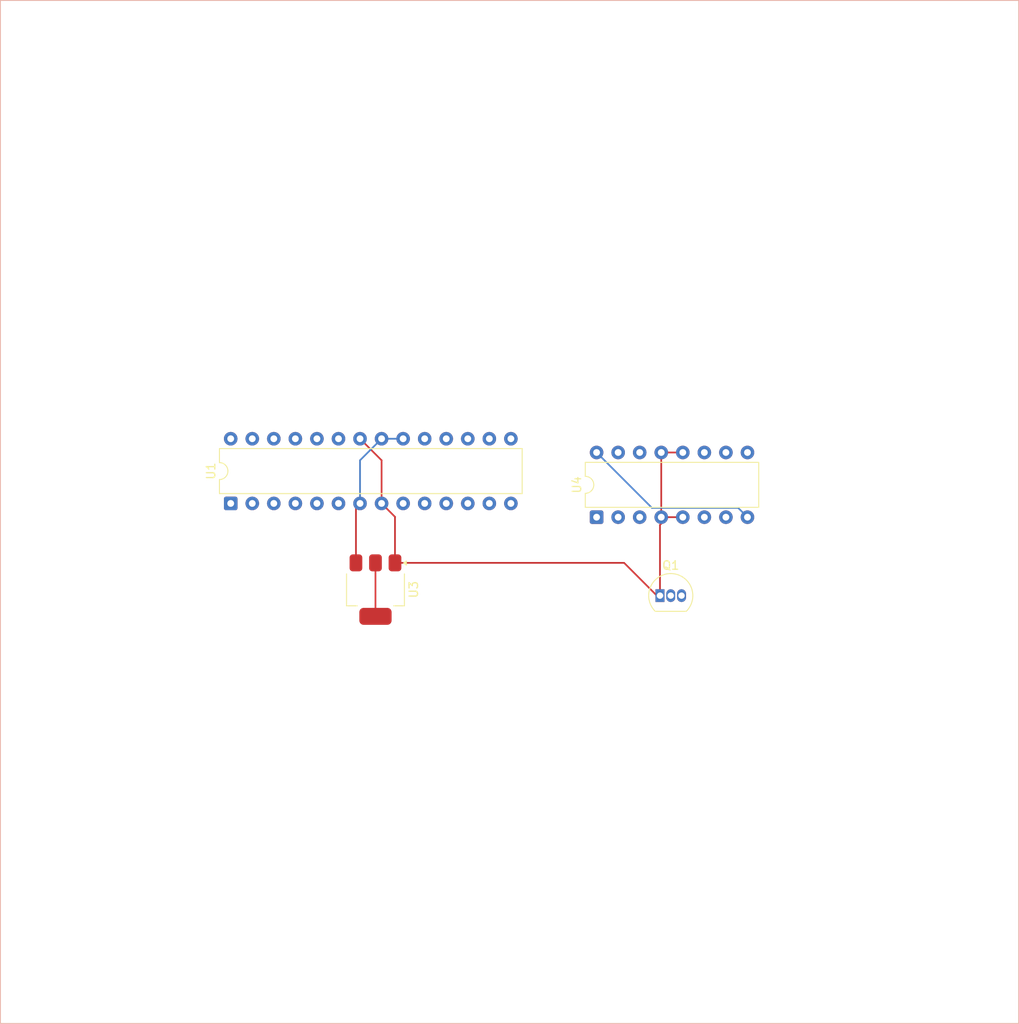
<source format=kicad_pcb>
(kicad_pcb (version 20241229) (generator "pcbnew") (generator_version "9.0")
  (layers (0 "F.Cu" signal) (2 "B.Cu" signal) (13 "F.Paste" user) (15 "B.Paste" user) (5 "F.SilkS" user "F.Silkscreen") (7 "B.SilkS" user "B.Silkscreen") (1 "F.Mask" user) (3 "B.Mask" user) (25 "Edge.Cuts" user))
  (net 0 "")
  (net 1 "Net-(BZ1--)")
  (net 2 "Net-(Q1-G)")
  (net 3 "GND")
  (net 4 "Net-(J1-Pin_6)")
  (net 5 "Net-(U1-XTAL1{slash}PB6)")
  (net 6 "Net-(J2-Pin_7)")
  (net 7 "5V")
  (net 8 "Net-(J1-Pin_3)")
  (net 9 "Net-(J1-Pin_4)")
  (net 10 "Net-(J2-Pin_1)")
  (net 11 "PWM1")
  (net 12 "SCK")
  (net 13 "Net-(J2-Pin_5)")
  (net 14 "Net-(J1-Pin_2)")
  (net 15 "Net-(J2-Pin_4)")
  (net 16 "Net-(J2-Pin_6)")
  (net 17 "MOSI")
  (net 18 "MISO")
  (net 19 "GPIO_FLAG_2")
  (net 20 "Net-(J1-Pin_5)")
  (net 21 "RESET")
  (net 22 "GPIO_FLAG_1")
  (net 23 "Net-(J2-Pin_2)")
  (net 24 "Net-(U1-XTAL2{slash}PB7)")
  (net 25 "Net-(J2-Pin_3)")
  (net 26 "Net-(J2-Pin_8)")
  (net 27 "Net-(J1-Pin_1)")
  (net 28 "3V")
  (net 29 "12V")
  (net 30 "Net-(J7-Pin_5)")
  (net 31 "Net-(J7-Pin_4)")
  (net 32 "Net-(J6-Pin_1)")
  (net 33 "Net-(J5-Pin_2)")
  (net 34 "Net-(J7-Pin_1)")
  (net 35 "Net-(J7-Pin_6)")
  (net 36 "Net-(J7-Pin_2)")
  (net 37 "Net-(J5-Pin_1)")
  (net 38 "Net-(J6-Pin_2)")
  (net 39 "Net-(J7-Pin_3)")
  (footprint "Package_TO_SOT_SMD:SOT-223-3_TabPin2" (layer "F.Cu") (at 112.7 87.15 -90)
    (property "Reference" "U3" (at 0 -4.5 90) (layer "F.SilkS"))
    (property "Value" "AMS1117-3.3")
    (fp_line (start -1.85 3.41) (end 1.91 3.41) (stroke (width 0.12)) (layer "F.SilkS"))
    (fp_line (start 1.91 3.41) (end 1.91 2.15) (stroke (width 0.12)) (layer "F.SilkS"))
    (fp_line (start -1.85 -3.41) (end 1.91 -3.41) (stroke (width 0.12)) (layer "F.SilkS"))
    (fp_line (start 1.91 -3.41) (end 1.91 -2.15) (stroke (width 0.12)) (layer "F.SilkS"))
    (fp_poly (pts (xy -3.13 -3.31) (xy -3.37 -3.64) (xy -2.89 -3.64) (xy -3.13 -3.31)) (stroke (width 0.12)) (fill yes) (layer "F.SilkS"))
    (pad "1" smd roundrect (at -3.15 -2.3 270) (size 2 1.5) (layers "F.Cu" "F.Mask" "F.Paste") (net 3 "GND"))
    (pad "2" smd roundrect (at -3.15 0 270) (size 2 1.5) (layers "F.Cu" "F.Mask" "F.Paste") (net 28 "3V"))
    (pad "2" smd roundrect (at 3.15 0 270) (size 2 3.8) (layers "F.Cu" "F.Mask" "F.Paste") (net 28 "3V"))
    (pad "3" smd roundrect (at -3.15 2.3 270) (size 2 1.5) (layers "F.Cu" "F.Mask" "F.Paste") (net 7 "5V"))
  )
  (footprint "Package_DIP:DIP-28_W7.62mm" (layer "F.Cu") (at 95.64 77 90)
    (property "Reference" "U1" (at 3.81 -2.33 90) (layer "F.SilkS"))
    (property "Value" "ATmega328-P")
    (fp_line (start 6.46 -1.33) (end 4.81 -1.33) (stroke (width 0.12)) (layer "F.SilkS"))
    (fp_line (start 2.81 -1.33) (end 1.16 -1.33) (stroke (width 0.12)) (layer "F.SilkS"))
    (fp_line (start 1.16 -1.33) (end 1.16 34.35) (stroke (width 0.12)) (layer "F.SilkS"))
    (fp_line (start 6.46 34.35) (end 6.46 -1.33) (stroke (width 0.12)) (layer "F.SilkS"))
    (fp_line (start 1.16 34.35) (end 6.46 34.35) (stroke (width 0.12)) (layer "F.SilkS"))
    (fp_arc (start 4.81 -1.33) (mid 3.81 -0.33) (end 2.81 -1.33) (stroke (width 0.12)) (layer "F.SilkS"))
    (pad "1" thru_hole roundrect (at 0 0 90) (size 1.6 1.6) (drill 0.8) (layers "*.Cu" "*.Mask") (roundrect_rratio 0.15625) (net 21 "RESET"))
    (pad "2" thru_hole circle (at 0 2.54 90) (size 1.6 1.6) (drill 0.8) (layers "*.Cu" "*.Mask") (net 10 "Net-(J2-Pin_1)"))
    (pad "3" thru_hole circle (at 0 5.08 90) (size 1.6 1.6) (drill 0.8) (layers "*.Cu" "*.Mask") (net 23 "Net-(J2-Pin_2)"))
    (pad "4" thru_hole circle (at 0 7.62 90) (size 1.6 1.6) (drill 0.8) (layers "*.Cu" "*.Mask") (net 25 "Net-(J2-Pin_3)"))
    (pad "5" thru_hole circle (at 0 10.16 90) (size 1.6 1.6) (drill 0.8) (layers "*.Cu" "*.Mask") (net 15 "Net-(J2-Pin_4)"))
    (pad "6" thru_hole circle (at 0 12.7 90) (size 1.6 1.6) (drill 0.8) (layers "*.Cu" "*.Mask") (net 13 "Net-(J2-Pin_5)"))
    (pad "7" thru_hole circle (at 0 15.24 90) (size 1.6 1.6) (drill 0.8) (layers "*.Cu" "*.Mask") (net 7 "5V"))
    (pad "8" thru_hole circle (at 0 17.78 90) (size 1.6 1.6) (drill 0.8) (layers "*.Cu" "*.Mask") (net 3 "GND"))
    (pad "9" thru_hole circle (at 0 20.32 90) (size 1.6 1.6) (drill 0.8) (layers "*.Cu" "*.Mask") (net 5 "Net-(U1-XTAL1{slash}PB6)"))
    (pad "10" thru_hole circle (at 0 22.86 90) (size 1.6 1.6) (drill 0.8) (layers "*.Cu" "*.Mask") (net 24 "Net-(U1-XTAL2{slash}PB7)"))
    (pad "11" thru_hole circle (at 0 25.4 90) (size 1.6 1.6) (drill 0.8) (layers "*.Cu" "*.Mask") (net 16 "Net-(J2-Pin_6)"))
    (pad "12" thru_hole circle (at 0 27.94 90) (size 1.6 1.6) (drill 0.8) (layers "*.Cu" "*.Mask") (net 6 "Net-(J2-Pin_7)"))
    (pad "13" thru_hole circle (at 0 30.48 90) (size 1.6 1.6) (drill 0.8) (layers "*.Cu" "*.Mask") (net 26 "Net-(J2-Pin_8)"))
    (pad "14" thru_hole circle (at 0 33.02 90) (size 1.6 1.6) (drill 0.8) (layers "*.Cu" "*.Mask") (net 22 "GPIO_FLAG_1"))
    (pad "15" thru_hole circle (at 7.62 33.02 90) (size 1.6 1.6) (drill 0.8) (layers "*.Cu" "*.Mask") (net 19 "GPIO_FLAG_2"))
    (pad "16" thru_hole circle (at 7.62 30.48 90) (size 1.6 1.6) (drill 0.8) (layers "*.Cu" "*.Mask") (net 11 "PWM1"))
    (pad "17" thru_hole circle (at 7.62 27.94 90) (size 1.6 1.6) (drill 0.8) (layers "*.Cu" "*.Mask") (net 17 "MOSI"))
    (pad "18" thru_hole circle (at 7.62 25.4 90) (size 1.6 1.6) (drill 0.8) (layers "*.Cu" "*.Mask") (net 18 "MISO"))
    (pad "19" thru_hole circle (at 7.62 22.86 90) (size 1.6 1.6) (drill 0.8) (layers "*.Cu" "*.Mask") (net 12 "SCK"))
    (pad "20" thru_hole circle (at 7.62 20.32 90) (size 1.6 1.6) (drill 0.8) (layers "*.Cu" "*.Mask") (net 7 "5V"))
    (pad "21" thru_hole circle (at 7.62 17.78 90) (size 1.6 1.6) (drill 0.8) (layers "*.Cu" "*.Mask") (net 7 "5V"))
    (pad "22" thru_hole circle (at 7.62 15.24 90) (size 1.6 1.6) (drill 0.8) (layers "*.Cu" "*.Mask") (net 3 "GND"))
    (pad "23" thru_hole circle (at 7.62 12.7 90) (size 1.6 1.6) (drill 0.8) (layers "*.Cu" "*.Mask") (net 27 "Net-(J1-Pin_1)"))
    (pad "24" thru_hole circle (at 7.62 10.16 90) (size 1.6 1.6) (drill 0.8) (layers "*.Cu" "*.Mask") (net 14 "Net-(J1-Pin_2)"))
    (pad "25" thru_hole circle (at 7.62 7.62 90) (size 1.6 1.6) (drill 0.8) (layers "*.Cu" "*.Mask") (net 8 "Net-(J1-Pin_3)"))
    (pad "26" thru_hole circle (at 7.62 5.08 90) (size 1.6 1.6) (drill 0.8) (layers "*.Cu" "*.Mask") (net 9 "Net-(J1-Pin_4)"))
    (pad "27" thru_hole circle (at 7.62 2.54 90) (size 1.6 1.6) (drill 0.8) (layers "*.Cu" "*.Mask") (net 20 "Net-(J1-Pin_5)"))
    (pad "28" thru_hole circle (at 7.62 0 90) (size 1.6 1.6) (drill 0.8) (layers "*.Cu" "*.Mask") (net 4 "Net-(J1-Pin_6)"))
  )
  (footprint "Package_TO_SOT_THT:TO-92_Inline" (layer "F.Cu") (at 146.23 87.86)
    (property "Reference" "Q1" (at 1.27 -3.56 0) (layer "F.SilkS"))
    (property "Value" "2N7000")
    (fp_line (start -0.53 1.85) (end 3.07 1.85) (stroke (width 0.12)) (layer "F.SilkS"))
    (fp_arc (start -0.568478 1.838478) (mid -1.132087 -0.994977) (end 1.27 -2.6) (stroke (width 0.12)) (layer "F.SilkS"))
    (fp_arc (start 1.27 -2.6) (mid 3.672087 -0.994977) (end 3.108478 1.838478) (stroke (width 0.12)) (layer "F.SilkS"))
    (pad "1" thru_hole rect (at 0 0) (size 1.05 1.5) (drill 0.75) (layers "*.Cu" "*.Mask") (net 3 "GND"))
    (pad "2" thru_hole oval (at 1.27 0) (size 1.05 1.5) (drill 0.75) (layers "*.Cu" "*.Mask") (net 2 "Net-(Q1-G)"))
    (pad "3" thru_hole oval (at 2.54 0) (size 1.05 1.5) (drill 0.75) (layers "*.Cu" "*.Mask") (net 1 "Net-(BZ1--)"))
  )
  (footprint "Package_DIP:DIP-16_W7.62mm" (layer "F.Cu") (at 138.76 78.62 90)
    (property "Reference" "U4" (at 3.81 -2.33 90) (layer "F.SilkS"))
    (property "Value" "L293")
    (fp_line (start 6.46 -1.33) (end 4.81 -1.33) (stroke (width 0.12)) (layer "F.SilkS"))
    (fp_line (start 2.81 -1.33) (end 1.16 -1.33) (stroke (width 0.12)) (layer "F.SilkS"))
    (fp_line (start 1.16 -1.33) (end 1.16 19.11) (stroke (width 0.12)) (layer "F.SilkS"))
    (fp_line (start 6.46 19.11) (end 6.46 -1.33) (stroke (width 0.12)) (layer "F.SilkS"))
    (fp_line (start 1.16 19.11) (end 6.46 19.11) (stroke (width 0.12)) (layer "F.SilkS"))
    (fp_arc (start 4.81 -1.33) (mid 3.81 -0.33) (end 2.81 -1.33) (stroke (width 0.12)) (layer "F.SilkS"))
    (pad "1" thru_hole roundrect (at 0 0 90) (size 1.6 1.6) (drill 0.8) (layers "*.Cu" "*.Mask") (roundrect_rratio 0.15625) (net 31 "Net-(J7-Pin_4)"))
    (pad "2" thru_hole circle (at 0 2.54 90) (size 1.6 1.6) (drill 0.8) (layers "*.Cu" "*.Mask") (net 35 "Net-(J7-Pin_6)"))
    (pad "3" thru_hole circle (at 0 5.08 90) (size 1.6 1.6) (drill 0.8) (layers "*.Cu" "*.Mask") (net 37 "Net-(J5-Pin_1)"))
    (pad "4" thru_hole circle (at 0 7.62 90) (size 1.6 1.6) (drill 0.8) (layers "*.Cu" "*.Mask") (net 3 "GND"))
    (pad "5" thru_hole circle (at 0 10.16 90) (size 1.6 1.6) (drill 0.8) (layers "*.Cu" "*.Mask") (net 3 "GND"))
    (pad "6" thru_hole circle (at 0 12.7 90) (size 1.6 1.6) (drill 0.8) (layers "*.Cu" "*.Mask") (net 33 "Net-(J5-Pin_2)"))
    (pad "7" thru_hole circle (at 0 15.24 90) (size 1.6 1.6) (drill 0.8) (layers "*.Cu" "*.Mask") (net 30 "Net-(J7-Pin_5)"))
    (pad "8" thru_hole circle (at 0 17.78 90) (size 1.6 1.6) (drill 0.8) (layers "*.Cu" "*.Mask") (net 29 "12V"))
    (pad "9" thru_hole circle (at 7.62 17.78 90) (size 1.6 1.6) (drill 0.8) (layers "*.Cu" "*.Mask") (net 34 "Net-(J7-Pin_1)"))
    (pad "10" thru_hole circle (at 7.62 15.24 90) (size 1.6 1.6) (drill 0.8) (layers "*.Cu" "*.Mask") (net 39 "Net-(J7-Pin_3)"))
    (pad "11" thru_hole circle (at 7.62 12.7 90) (size 1.6 1.6) (drill 0.8) (layers "*.Cu" "*.Mask") (net 32 "Net-(J6-Pin_1)"))
    (pad "12" thru_hole circle (at 7.62 10.16 90) (size 1.6 1.6) (drill 0.8) (layers "*.Cu" "*.Mask") (net 3 "GND"))
    (pad "13" thru_hole circle (at 7.62 7.62 90) (size 1.6 1.6) (drill 0.8) (layers "*.Cu" "*.Mask") (net 3 "GND"))
    (pad "14" thru_hole circle (at 7.62 5.08 90) (size 1.6 1.6) (drill 0.8) (layers "*.Cu" "*.Mask") (net 38 "Net-(J6-Pin_2)"))
    (pad "15" thru_hole circle (at 7.62 2.54 90) (size 1.6 1.6) (drill 0.8) (layers "*.Cu" "*.Mask") (net 36 "Net-(J7-Pin_2)"))
    (pad "16" thru_hole circle (at 7.62 0 90) (size 1.6 1.6) (drill 0.8) (layers "*.Cu" "*.Mask") (net 29 "12V"))
  )
  (gr_rect (start 68.5 17.75) (end 188.5 138.25) (stroke (width 0.1)) (fill no) (layer "B.SilkS"))
  (segment (start 145.86 87.86) (end 142 84) (width 0.2) (layer "F.Cu") (net 3))
  (segment (start 146.38 79.38) (end 146.23 79.53) (width 0.2) (layer "F.Cu") (net 3))
  (segment (start 148.92 78.62) (end 146.38 78.62) (width 0.2) (layer "F.Cu") (net 3))
  (segment (start 115 78.58) (end 113.42 77) (width 0.2) (layer "F.Cu") (net 3))
  (segment (start 113.42 77) (end 113.42 71.92) (width 0.2) (layer "F.Cu") (net 3))
  (segment (start 146.38 78.62) (end 146.38 79.38) (width 0.2) (layer "F.Cu") (net 3))
  (segment (start 113.42 71.92) (end 110.88 69.38) (width 0.2) (layer "F.Cu") (net 3))
  (segment (start 146.38 78.62) (end 146.38 71) (width 0.2) (layer "F.Cu") (net 3))
  (segment (start 142 84) (end 115 84) (width 0.2) (layer "F.Cu") (net 3))
  (segment (start 148.92 71) (end 146.38 71) (width 0.2) (layer "F.Cu") (net 3))
  (segment (start 146.23 79.53) (end 146.23 87.86) (width 0.2) (layer "F.Cu") (net 3))
  (segment (start 115 84) (end 115 78.58) (width 0.2) (layer "F.Cu") (net 3))
  (segment (start 146.23 87.86) (end 145.86 87.86) (width 0.2) (layer "F.Cu") (net 3))
  (segment (start 110.4 84) (end 110.4 77.48) (width 0.2) (layer "F.Cu") (net 7))
  (segment (start 110.4 77.48) (end 110.88 77) (width 0.2) (layer "F.Cu") (net 7))
  (segment (start 110.88 77) (end 110.88 71.92) (width 0.2) (layer "B.Cu") (net 7))
  (segment (start 113.42 69.38) (end 115.96 69.38) (width 0.2) (layer "B.Cu") (net 7))
  (segment (start 110.88 71.92) (end 113.42 69.38) (width 0.2) (layer "B.Cu") (net 7))
  (segment (start 112.7 84) (end 112.7 90.3) (width 0.2) (layer "F.Cu") (net 28))
  (segment (start 155.439 77.519) (end 156.54 78.62) (width 0.2) (layer "B.Cu") (net 29))
  (segment (start 145.279 77.519) (end 155.439 77.519) (width 0.2) (layer "B.Cu") (net 29))
  (segment (start 138.76 71) (end 145.279 77.519) (width 0.2) (layer "B.Cu") (net 29))
)
</source>
